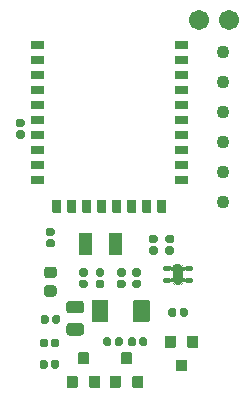
<source format=gbr>
G04 #@! TF.GenerationSoftware,KiCad,Pcbnew,(5.1.10)-1*
G04 #@! TF.CreationDate,2021-05-27T11:01:42+03:00*
G04 #@! TF.ProjectId,parasite,70617261-7369-4746-952e-6b696361645f,1.0.0*
G04 #@! TF.SameCoordinates,Original*
G04 #@! TF.FileFunction,Soldermask,Top*
G04 #@! TF.FilePolarity,Negative*
%FSLAX46Y46*%
G04 Gerber Fmt 4.6, Leading zero omitted, Abs format (unit mm)*
G04 Created by KiCad (PCBNEW (5.1.10)-1) date 2021-05-27 11:01:42*
%MOMM*%
%LPD*%
G01*
G04 APERTURE LIST*
%ADD10C,1.702000*%
%ADD11C,1.102000*%
%ADD12C,0.100000*%
G04 APERTURE END LIST*
D10*
X74560000Y-29050000D03*
X77100000Y-29050000D03*
G36*
G01*
X59252000Y-38404000D02*
X59648000Y-38404000D01*
G75*
G02*
X59821000Y-38577000I0J-173000D01*
G01*
X59821000Y-38923000D01*
G75*
G02*
X59648000Y-39096000I-173000J0D01*
G01*
X59252000Y-39096000D01*
G75*
G02*
X59079000Y-38923000I0J173000D01*
G01*
X59079000Y-38577000D01*
G75*
G02*
X59252000Y-38404000I173000J0D01*
G01*
G37*
G36*
G01*
X59252000Y-37434000D02*
X59648000Y-37434000D01*
G75*
G02*
X59821000Y-37607000I0J-173000D01*
G01*
X59821000Y-37953000D01*
G75*
G02*
X59648000Y-38126000I-173000J0D01*
G01*
X59252000Y-38126000D01*
G75*
G02*
X59079000Y-37953000I0J173000D01*
G01*
X59079000Y-37607000D01*
G75*
G02*
X59252000Y-37434000I173000J0D01*
G01*
G37*
G36*
G01*
X73201000Y-49949500D02*
X73201000Y-51250500D01*
G75*
G02*
X73000500Y-51451000I-200500J0D01*
G01*
X72599500Y-51451000D01*
G75*
G02*
X72399000Y-51250500I0J200500D01*
G01*
X72399000Y-49949500D01*
G75*
G02*
X72599500Y-49749000I200500J0D01*
G01*
X73000500Y-49749000D01*
G75*
G02*
X73201000Y-49949500I0J-200500D01*
G01*
G37*
G36*
G01*
X72201000Y-50987000D02*
X72201000Y-51213000D01*
G75*
G02*
X72088000Y-51326000I-113000J0D01*
G01*
X71662000Y-51326000D01*
G75*
G02*
X71549000Y-51213000I0J113000D01*
G01*
X71549000Y-50987000D01*
G75*
G02*
X71662000Y-50874000I113000J0D01*
G01*
X72088000Y-50874000D01*
G75*
G02*
X72201000Y-50987000I0J-113000D01*
G01*
G37*
G36*
G01*
X72201000Y-49987000D02*
X72201000Y-50213000D01*
G75*
G02*
X72088000Y-50326000I-113000J0D01*
G01*
X71662000Y-50326000D01*
G75*
G02*
X71549000Y-50213000I0J113000D01*
G01*
X71549000Y-49987000D01*
G75*
G02*
X71662000Y-49874000I113000J0D01*
G01*
X72088000Y-49874000D01*
G75*
G02*
X72201000Y-49987000I0J-113000D01*
G01*
G37*
G36*
G01*
X74051000Y-49987000D02*
X74051000Y-50213000D01*
G75*
G02*
X73938000Y-50326000I-113000J0D01*
G01*
X73512000Y-50326000D01*
G75*
G02*
X73399000Y-50213000I0J113000D01*
G01*
X73399000Y-49987000D01*
G75*
G02*
X73512000Y-49874000I113000J0D01*
G01*
X73938000Y-49874000D01*
G75*
G02*
X74051000Y-49987000I0J-113000D01*
G01*
G37*
G36*
G01*
X74051000Y-50987000D02*
X74051000Y-51213000D01*
G75*
G02*
X73938000Y-51326000I-113000J0D01*
G01*
X73512000Y-51326000D01*
G75*
G02*
X73399000Y-51213000I0J113000D01*
G01*
X73399000Y-50987000D01*
G75*
G02*
X73512000Y-50874000I113000J0D01*
G01*
X73938000Y-50874000D01*
G75*
G02*
X74051000Y-50987000I0J-113000D01*
G01*
G37*
G36*
G01*
X61381001Y-42976000D02*
X60380999Y-42976000D01*
G75*
G02*
X60330000Y-42925001I0J50999D01*
G01*
X60330000Y-42274999D01*
G75*
G02*
X60380999Y-42224000I50999J0D01*
G01*
X61381001Y-42224000D01*
G75*
G02*
X61432000Y-42274999I0J-50999D01*
G01*
X61432000Y-42925001D01*
G75*
G02*
X61381001Y-42976000I-50999J0D01*
G01*
G37*
G36*
G01*
X61381001Y-41706000D02*
X60380999Y-41706000D01*
G75*
G02*
X60330000Y-41655001I0J50999D01*
G01*
X60330000Y-41004999D01*
G75*
G02*
X60380999Y-40954000I50999J0D01*
G01*
X61381001Y-40954000D01*
G75*
G02*
X61432000Y-41004999I0J-50999D01*
G01*
X61432000Y-41655001D01*
G75*
G02*
X61381001Y-41706000I-50999J0D01*
G01*
G37*
G36*
G01*
X61381001Y-40436000D02*
X60380999Y-40436000D01*
G75*
G02*
X60330000Y-40385001I0J50999D01*
G01*
X60330000Y-39734999D01*
G75*
G02*
X60380999Y-39684000I50999J0D01*
G01*
X61381001Y-39684000D01*
G75*
G02*
X61432000Y-39734999I0J-50999D01*
G01*
X61432000Y-40385001D01*
G75*
G02*
X61381001Y-40436000I-50999J0D01*
G01*
G37*
G36*
G01*
X61381001Y-39166000D02*
X60380999Y-39166000D01*
G75*
G02*
X60330000Y-39115001I0J50999D01*
G01*
X60330000Y-38464999D01*
G75*
G02*
X60380999Y-38414000I50999J0D01*
G01*
X61381001Y-38414000D01*
G75*
G02*
X61432000Y-38464999I0J-50999D01*
G01*
X61432000Y-39115001D01*
G75*
G02*
X61381001Y-39166000I-50999J0D01*
G01*
G37*
G36*
G01*
X61381001Y-37896000D02*
X60380999Y-37896000D01*
G75*
G02*
X60330000Y-37845001I0J50999D01*
G01*
X60330000Y-37194999D01*
G75*
G02*
X60380999Y-37144000I50999J0D01*
G01*
X61381001Y-37144000D01*
G75*
G02*
X61432000Y-37194999I0J-50999D01*
G01*
X61432000Y-37845001D01*
G75*
G02*
X61381001Y-37896000I-50999J0D01*
G01*
G37*
G36*
G01*
X61381001Y-36626000D02*
X60380999Y-36626000D01*
G75*
G02*
X60330000Y-36575001I0J50999D01*
G01*
X60330000Y-35924999D01*
G75*
G02*
X60380999Y-35874000I50999J0D01*
G01*
X61381001Y-35874000D01*
G75*
G02*
X61432000Y-35924999I0J-50999D01*
G01*
X61432000Y-36575001D01*
G75*
G02*
X61381001Y-36626000I-50999J0D01*
G01*
G37*
G36*
G01*
X61381001Y-35356000D02*
X60380999Y-35356000D01*
G75*
G02*
X60330000Y-35305001I0J50999D01*
G01*
X60330000Y-34654999D01*
G75*
G02*
X60380999Y-34604000I50999J0D01*
G01*
X61381001Y-34604000D01*
G75*
G02*
X61432000Y-34654999I0J-50999D01*
G01*
X61432000Y-35305001D01*
G75*
G02*
X61381001Y-35356000I-50999J0D01*
G01*
G37*
G36*
G01*
X61381001Y-34086000D02*
X60380999Y-34086000D01*
G75*
G02*
X60330000Y-34035001I0J50999D01*
G01*
X60330000Y-33384999D01*
G75*
G02*
X60380999Y-33334000I50999J0D01*
G01*
X61381001Y-33334000D01*
G75*
G02*
X61432000Y-33384999I0J-50999D01*
G01*
X61432000Y-34035001D01*
G75*
G02*
X61381001Y-34086000I-50999J0D01*
G01*
G37*
G36*
G01*
X61381001Y-32816000D02*
X60380999Y-32816000D01*
G75*
G02*
X60330000Y-32765001I0J50999D01*
G01*
X60330000Y-32114999D01*
G75*
G02*
X60380999Y-32064000I50999J0D01*
G01*
X61381001Y-32064000D01*
G75*
G02*
X61432000Y-32114999I0J-50999D01*
G01*
X61432000Y-32765001D01*
G75*
G02*
X61381001Y-32816000I-50999J0D01*
G01*
G37*
G36*
G01*
X61381001Y-31546000D02*
X60380999Y-31546000D01*
G75*
G02*
X60330000Y-31495001I0J50999D01*
G01*
X60330000Y-30844999D01*
G75*
G02*
X60380999Y-30794000I50999J0D01*
G01*
X61381001Y-30794000D01*
G75*
G02*
X61432000Y-30844999I0J-50999D01*
G01*
X61432000Y-31495001D01*
G75*
G02*
X61381001Y-31546000I-50999J0D01*
G01*
G37*
G36*
G01*
X73619001Y-39166000D02*
X72618999Y-39166000D01*
G75*
G02*
X72568000Y-39115001I0J50999D01*
G01*
X72568000Y-38464999D01*
G75*
G02*
X72618999Y-38414000I50999J0D01*
G01*
X73619001Y-38414000D01*
G75*
G02*
X73670000Y-38464999I0J-50999D01*
G01*
X73670000Y-39115001D01*
G75*
G02*
X73619001Y-39166000I-50999J0D01*
G01*
G37*
G36*
G01*
X73619001Y-31546000D02*
X72618999Y-31546000D01*
G75*
G02*
X72568000Y-31495001I0J50999D01*
G01*
X72568000Y-30844999D01*
G75*
G02*
X72618999Y-30794000I50999J0D01*
G01*
X73619001Y-30794000D01*
G75*
G02*
X73670000Y-30844999I0J-50999D01*
G01*
X73670000Y-31495001D01*
G75*
G02*
X73619001Y-31546000I-50999J0D01*
G01*
G37*
G36*
G01*
X73619001Y-37896000D02*
X72618999Y-37896000D01*
G75*
G02*
X72568000Y-37845001I0J50999D01*
G01*
X72568000Y-37194999D01*
G75*
G02*
X72618999Y-37144000I50999J0D01*
G01*
X73619001Y-37144000D01*
G75*
G02*
X73670000Y-37194999I0J-50999D01*
G01*
X73670000Y-37845001D01*
G75*
G02*
X73619001Y-37896000I-50999J0D01*
G01*
G37*
G36*
G01*
X73619001Y-32816000D02*
X72618999Y-32816000D01*
G75*
G02*
X72568000Y-32765001I0J50999D01*
G01*
X72568000Y-32114999D01*
G75*
G02*
X72618999Y-32064000I50999J0D01*
G01*
X73619001Y-32064000D01*
G75*
G02*
X73670000Y-32114999I0J-50999D01*
G01*
X73670000Y-32765001D01*
G75*
G02*
X73619001Y-32816000I-50999J0D01*
G01*
G37*
G36*
G01*
X73619001Y-34086000D02*
X72618999Y-34086000D01*
G75*
G02*
X72568000Y-34035001I0J50999D01*
G01*
X72568000Y-33384999D01*
G75*
G02*
X72618999Y-33334000I50999J0D01*
G01*
X73619001Y-33334000D01*
G75*
G02*
X73670000Y-33384999I0J-50999D01*
G01*
X73670000Y-34035001D01*
G75*
G02*
X73619001Y-34086000I-50999J0D01*
G01*
G37*
G36*
G01*
X73619001Y-35356000D02*
X72618999Y-35356000D01*
G75*
G02*
X72568000Y-35305001I0J50999D01*
G01*
X72568000Y-34654999D01*
G75*
G02*
X72618999Y-34604000I50999J0D01*
G01*
X73619001Y-34604000D01*
G75*
G02*
X73670000Y-34654999I0J-50999D01*
G01*
X73670000Y-35305001D01*
G75*
G02*
X73619001Y-35356000I-50999J0D01*
G01*
G37*
G36*
G01*
X73619001Y-40436000D02*
X72618999Y-40436000D01*
G75*
G02*
X72568000Y-40385001I0J50999D01*
G01*
X72568000Y-39734999D01*
G75*
G02*
X72618999Y-39684000I50999J0D01*
G01*
X73619001Y-39684000D01*
G75*
G02*
X73670000Y-39734999I0J-50999D01*
G01*
X73670000Y-40385001D01*
G75*
G02*
X73619001Y-40436000I-50999J0D01*
G01*
G37*
G36*
G01*
X73619001Y-36626000D02*
X72618999Y-36626000D01*
G75*
G02*
X72568000Y-36575001I0J50999D01*
G01*
X72568000Y-35924999D01*
G75*
G02*
X72618999Y-35874000I50999J0D01*
G01*
X73619001Y-35874000D01*
G75*
G02*
X73670000Y-35924999I0J-50999D01*
G01*
X73670000Y-36575001D01*
G75*
G02*
X73619001Y-36626000I-50999J0D01*
G01*
G37*
G36*
G01*
X73619001Y-41706000D02*
X72618999Y-41706000D01*
G75*
G02*
X72568000Y-41655001I0J50999D01*
G01*
X72568000Y-41004999D01*
G75*
G02*
X72618999Y-40954000I50999J0D01*
G01*
X73619001Y-40954000D01*
G75*
G02*
X73670000Y-41004999I0J-50999D01*
G01*
X73670000Y-41655001D01*
G75*
G02*
X73619001Y-41706000I-50999J0D01*
G01*
G37*
G36*
G01*
X73619001Y-42976000D02*
X72618999Y-42976000D01*
G75*
G02*
X72568000Y-42925001I0J50999D01*
G01*
X72568000Y-42274999D01*
G75*
G02*
X72618999Y-42224000I50999J0D01*
G01*
X73619001Y-42224000D01*
G75*
G02*
X73670000Y-42274999I0J-50999D01*
G01*
X73670000Y-42925001D01*
G75*
G02*
X73619001Y-42976000I-50999J0D01*
G01*
G37*
G36*
G01*
X70526000Y-44318999D02*
X70526000Y-45319001D01*
G75*
G02*
X70475001Y-45370000I-50999J0D01*
G01*
X69824999Y-45370000D01*
G75*
G02*
X69774000Y-45319001I0J50999D01*
G01*
X69774000Y-44318999D01*
G75*
G02*
X69824999Y-44268000I50999J0D01*
G01*
X70475001Y-44268000D01*
G75*
G02*
X70526000Y-44318999I0J-50999D01*
G01*
G37*
G36*
G01*
X62906000Y-44318999D02*
X62906000Y-45319001D01*
G75*
G02*
X62855001Y-45370000I-50999J0D01*
G01*
X62204999Y-45370000D01*
G75*
G02*
X62154000Y-45319001I0J50999D01*
G01*
X62154000Y-44318999D01*
G75*
G02*
X62204999Y-44268000I50999J0D01*
G01*
X62855001Y-44268000D01*
G75*
G02*
X62906000Y-44318999I0J-50999D01*
G01*
G37*
G36*
G01*
X69256000Y-44318999D02*
X69256000Y-45319001D01*
G75*
G02*
X69205001Y-45370000I-50999J0D01*
G01*
X68554999Y-45370000D01*
G75*
G02*
X68504000Y-45319001I0J50999D01*
G01*
X68504000Y-44318999D01*
G75*
G02*
X68554999Y-44268000I50999J0D01*
G01*
X69205001Y-44268000D01*
G75*
G02*
X69256000Y-44318999I0J-50999D01*
G01*
G37*
G36*
G01*
X64176000Y-44318999D02*
X64176000Y-45319001D01*
G75*
G02*
X64125001Y-45370000I-50999J0D01*
G01*
X63474999Y-45370000D01*
G75*
G02*
X63424000Y-45319001I0J50999D01*
G01*
X63424000Y-44318999D01*
G75*
G02*
X63474999Y-44268000I50999J0D01*
G01*
X64125001Y-44268000D01*
G75*
G02*
X64176000Y-44318999I0J-50999D01*
G01*
G37*
G36*
G01*
X65446000Y-44318999D02*
X65446000Y-45319001D01*
G75*
G02*
X65395001Y-45370000I-50999J0D01*
G01*
X64744999Y-45370000D01*
G75*
G02*
X64694000Y-45319001I0J50999D01*
G01*
X64694000Y-44318999D01*
G75*
G02*
X64744999Y-44268000I50999J0D01*
G01*
X65395001Y-44268000D01*
G75*
G02*
X65446000Y-44318999I0J-50999D01*
G01*
G37*
G36*
G01*
X66716000Y-44318999D02*
X66716000Y-45319001D01*
G75*
G02*
X66665001Y-45370000I-50999J0D01*
G01*
X66014999Y-45370000D01*
G75*
G02*
X65964000Y-45319001I0J50999D01*
G01*
X65964000Y-44318999D01*
G75*
G02*
X66014999Y-44268000I50999J0D01*
G01*
X66665001Y-44268000D01*
G75*
G02*
X66716000Y-44318999I0J-50999D01*
G01*
G37*
G36*
G01*
X71796000Y-44318999D02*
X71796000Y-45319001D01*
G75*
G02*
X71745001Y-45370000I-50999J0D01*
G01*
X71094999Y-45370000D01*
G75*
G02*
X71044000Y-45319001I0J50999D01*
G01*
X71044000Y-44318999D01*
G75*
G02*
X71094999Y-44268000I50999J0D01*
G01*
X71745001Y-44268000D01*
G75*
G02*
X71796000Y-44318999I0J-50999D01*
G01*
G37*
G36*
G01*
X67986000Y-44318999D02*
X67986000Y-45319001D01*
G75*
G02*
X67935001Y-45370000I-50999J0D01*
G01*
X67284999Y-45370000D01*
G75*
G02*
X67234000Y-45319001I0J50999D01*
G01*
X67234000Y-44318999D01*
G75*
G02*
X67284999Y-44268000I50999J0D01*
G01*
X67935001Y-44268000D01*
G75*
G02*
X67986000Y-44318999I0J-50999D01*
G01*
G37*
G36*
G01*
X68051000Y-47100000D02*
X68051000Y-48900000D01*
G75*
G02*
X68000000Y-48951000I-51000J0D01*
G01*
X67000000Y-48951000D01*
G75*
G02*
X66949000Y-48900000I0J51000D01*
G01*
X66949000Y-47100000D01*
G75*
G02*
X67000000Y-47049000I51000J0D01*
G01*
X68000000Y-47049000D01*
G75*
G02*
X68051000Y-47100000I0J-51000D01*
G01*
G37*
G36*
G01*
X65551000Y-47100000D02*
X65551000Y-48900000D01*
G75*
G02*
X65500000Y-48951000I-51000J0D01*
G01*
X64500000Y-48951000D01*
G75*
G02*
X64449000Y-48900000I0J51000D01*
G01*
X64449000Y-47100000D01*
G75*
G02*
X64500000Y-47049000I51000J0D01*
G01*
X65500000Y-47049000D01*
G75*
G02*
X65551000Y-47100000I0J-51000D01*
G01*
G37*
G36*
G01*
X71902000Y-48224000D02*
X72298000Y-48224000D01*
G75*
G02*
X72471000Y-48397000I0J-173000D01*
G01*
X72471000Y-48743000D01*
G75*
G02*
X72298000Y-48916000I-173000J0D01*
G01*
X71902000Y-48916000D01*
G75*
G02*
X71729000Y-48743000I0J173000D01*
G01*
X71729000Y-48397000D01*
G75*
G02*
X71902000Y-48224000I173000J0D01*
G01*
G37*
G36*
G01*
X71902000Y-47254000D02*
X72298000Y-47254000D01*
G75*
G02*
X72471000Y-47427000I0J-173000D01*
G01*
X72471000Y-47773000D01*
G75*
G02*
X72298000Y-47946000I-173000J0D01*
G01*
X71902000Y-47946000D01*
G75*
G02*
X71729000Y-47773000I0J173000D01*
G01*
X71729000Y-47427000D01*
G75*
G02*
X71902000Y-47254000I173000J0D01*
G01*
G37*
G36*
G01*
X70898000Y-47946000D02*
X70502000Y-47946000D01*
G75*
G02*
X70329000Y-47773000I0J173000D01*
G01*
X70329000Y-47427000D01*
G75*
G02*
X70502000Y-47254000I173000J0D01*
G01*
X70898000Y-47254000D01*
G75*
G02*
X71071000Y-47427000I0J-173000D01*
G01*
X71071000Y-47773000D01*
G75*
G02*
X70898000Y-47946000I-173000J0D01*
G01*
G37*
G36*
G01*
X70898000Y-48916000D02*
X70502000Y-48916000D01*
G75*
G02*
X70329000Y-48743000I0J173000D01*
G01*
X70329000Y-48397000D01*
G75*
G02*
X70502000Y-48224000I173000J0D01*
G01*
X70898000Y-48224000D01*
G75*
G02*
X71071000Y-48397000I0J-173000D01*
G01*
X71071000Y-48743000D01*
G75*
G02*
X70898000Y-48916000I-173000J0D01*
G01*
G37*
G36*
G01*
X69498000Y-50776000D02*
X69102000Y-50776000D01*
G75*
G02*
X68929000Y-50603000I0J173000D01*
G01*
X68929000Y-50257000D01*
G75*
G02*
X69102000Y-50084000I173000J0D01*
G01*
X69498000Y-50084000D01*
G75*
G02*
X69671000Y-50257000I0J-173000D01*
G01*
X69671000Y-50603000D01*
G75*
G02*
X69498000Y-50776000I-173000J0D01*
G01*
G37*
G36*
G01*
X69498000Y-51746000D02*
X69102000Y-51746000D01*
G75*
G02*
X68929000Y-51573000I0J173000D01*
G01*
X68929000Y-51227000D01*
G75*
G02*
X69102000Y-51054000I173000J0D01*
G01*
X69498000Y-51054000D01*
G75*
G02*
X69671000Y-51227000I0J-173000D01*
G01*
X69671000Y-51573000D01*
G75*
G02*
X69498000Y-51746000I-173000J0D01*
G01*
G37*
G36*
G01*
X69524000Y-56498000D02*
X69524000Y-56102000D01*
G75*
G02*
X69697000Y-55929000I173000J0D01*
G01*
X70043000Y-55929000D01*
G75*
G02*
X70216000Y-56102000I0J-173000D01*
G01*
X70216000Y-56498000D01*
G75*
G02*
X70043000Y-56671000I-173000J0D01*
G01*
X69697000Y-56671000D01*
G75*
G02*
X69524000Y-56498000I0J173000D01*
G01*
G37*
G36*
G01*
X68554000Y-56498000D02*
X68554000Y-56102000D01*
G75*
G02*
X68727000Y-55929000I173000J0D01*
G01*
X69073000Y-55929000D01*
G75*
G02*
X69246000Y-56102000I0J-173000D01*
G01*
X69246000Y-56498000D01*
G75*
G02*
X69073000Y-56671000I-173000J0D01*
G01*
X68727000Y-56671000D01*
G75*
G02*
X68554000Y-56498000I0J173000D01*
G01*
G37*
G36*
G01*
X61776000Y-58002000D02*
X61776000Y-58398000D01*
G75*
G02*
X61603000Y-58571000I-173000J0D01*
G01*
X61257000Y-58571000D01*
G75*
G02*
X61084000Y-58398000I0J173000D01*
G01*
X61084000Y-58002000D01*
G75*
G02*
X61257000Y-57829000I173000J0D01*
G01*
X61603000Y-57829000D01*
G75*
G02*
X61776000Y-58002000I0J-173000D01*
G01*
G37*
G36*
G01*
X62746000Y-58002000D02*
X62746000Y-58398000D01*
G75*
G02*
X62573000Y-58571000I-173000J0D01*
G01*
X62227000Y-58571000D01*
G75*
G02*
X62054000Y-58398000I0J173000D01*
G01*
X62054000Y-58002000D01*
G75*
G02*
X62227000Y-57829000I173000J0D01*
G01*
X62573000Y-57829000D01*
G75*
G02*
X62746000Y-58002000I0J-173000D01*
G01*
G37*
G36*
G01*
X67439000Y-56498000D02*
X67439000Y-56102000D01*
G75*
G02*
X67612000Y-55929000I173000J0D01*
G01*
X67958000Y-55929000D01*
G75*
G02*
X68131000Y-56102000I0J-173000D01*
G01*
X68131000Y-56498000D01*
G75*
G02*
X67958000Y-56671000I-173000J0D01*
G01*
X67612000Y-56671000D01*
G75*
G02*
X67439000Y-56498000I0J173000D01*
G01*
G37*
G36*
G01*
X66469000Y-56498000D02*
X66469000Y-56102000D01*
G75*
G02*
X66642000Y-55929000I173000J0D01*
G01*
X66988000Y-55929000D01*
G75*
G02*
X67161000Y-56102000I0J-173000D01*
G01*
X67161000Y-56498000D01*
G75*
G02*
X66988000Y-56671000I-173000J0D01*
G01*
X66642000Y-56671000D01*
G75*
G02*
X66469000Y-56498000I0J173000D01*
G01*
G37*
G36*
G01*
X61802000Y-47624000D02*
X62198000Y-47624000D01*
G75*
G02*
X62371000Y-47797000I0J-173000D01*
G01*
X62371000Y-48143000D01*
G75*
G02*
X62198000Y-48316000I-173000J0D01*
G01*
X61802000Y-48316000D01*
G75*
G02*
X61629000Y-48143000I0J173000D01*
G01*
X61629000Y-47797000D01*
G75*
G02*
X61802000Y-47624000I173000J0D01*
G01*
G37*
G36*
G01*
X61802000Y-46654000D02*
X62198000Y-46654000D01*
G75*
G02*
X62371000Y-46827000I0J-173000D01*
G01*
X62371000Y-47173000D01*
G75*
G02*
X62198000Y-47346000I-173000J0D01*
G01*
X61802000Y-47346000D01*
G75*
G02*
X61629000Y-47173000I0J173000D01*
G01*
X61629000Y-46827000D01*
G75*
G02*
X61802000Y-46654000I173000J0D01*
G01*
G37*
G36*
G01*
X62139000Y-54598000D02*
X62139000Y-54202000D01*
G75*
G02*
X62312000Y-54029000I173000J0D01*
G01*
X62658000Y-54029000D01*
G75*
G02*
X62831000Y-54202000I0J-173000D01*
G01*
X62831000Y-54598000D01*
G75*
G02*
X62658000Y-54771000I-173000J0D01*
G01*
X62312000Y-54771000D01*
G75*
G02*
X62139000Y-54598000I0J173000D01*
G01*
G37*
G36*
G01*
X61169000Y-54598000D02*
X61169000Y-54202000D01*
G75*
G02*
X61342000Y-54029000I173000J0D01*
G01*
X61688000Y-54029000D01*
G75*
G02*
X61861000Y-54202000I0J-173000D01*
G01*
X61861000Y-54598000D01*
G75*
G02*
X61688000Y-54771000I-173000J0D01*
G01*
X61342000Y-54771000D01*
G75*
G02*
X61169000Y-54598000I0J173000D01*
G01*
G37*
G36*
G01*
X72700000Y-57799000D02*
X73500000Y-57799000D01*
G75*
G02*
X73551000Y-57850000I0J-51000D01*
G01*
X73551000Y-58750000D01*
G75*
G02*
X73500000Y-58801000I-51000J0D01*
G01*
X72700000Y-58801000D01*
G75*
G02*
X72649000Y-58750000I0J51000D01*
G01*
X72649000Y-57850000D01*
G75*
G02*
X72700000Y-57799000I51000J0D01*
G01*
G37*
G36*
G01*
X71750000Y-55799000D02*
X72550000Y-55799000D01*
G75*
G02*
X72601000Y-55850000I0J-51000D01*
G01*
X72601000Y-56750000D01*
G75*
G02*
X72550000Y-56801000I-51000J0D01*
G01*
X71750000Y-56801000D01*
G75*
G02*
X71699000Y-56750000I0J51000D01*
G01*
X71699000Y-55850000D01*
G75*
G02*
X71750000Y-55799000I51000J0D01*
G01*
G37*
G36*
G01*
X73650000Y-55799000D02*
X74450000Y-55799000D01*
G75*
G02*
X74501000Y-55850000I0J-51000D01*
G01*
X74501000Y-56750000D01*
G75*
G02*
X74450000Y-56801000I-51000J0D01*
G01*
X73650000Y-56801000D01*
G75*
G02*
X73599000Y-56750000I0J51000D01*
G01*
X73599000Y-55850000D01*
G75*
G02*
X73650000Y-55799000I51000J0D01*
G01*
G37*
G36*
G01*
X62281750Y-50913500D02*
X61718250Y-50913500D01*
G75*
G02*
X61474000Y-50669250I0J244250D01*
G01*
X61474000Y-50180750D01*
G75*
G02*
X61718250Y-49936500I244250J0D01*
G01*
X62281750Y-49936500D01*
G75*
G02*
X62526000Y-50180750I0J-244250D01*
G01*
X62526000Y-50669250D01*
G75*
G02*
X62281750Y-50913500I-244250J0D01*
G01*
G37*
G36*
G01*
X62281750Y-52488500D02*
X61718250Y-52488500D01*
G75*
G02*
X61474000Y-52244250I0J244250D01*
G01*
X61474000Y-51755750D01*
G75*
G02*
X61718250Y-51511500I244250J0D01*
G01*
X62281750Y-51511500D01*
G75*
G02*
X62526000Y-51755750I0J-244250D01*
G01*
X62526000Y-52244250D01*
G75*
G02*
X62281750Y-52488500I-244250J0D01*
G01*
G37*
G36*
G01*
X61776000Y-56202000D02*
X61776000Y-56598000D01*
G75*
G02*
X61603000Y-56771000I-173000J0D01*
G01*
X61257000Y-56771000D01*
G75*
G02*
X61084000Y-56598000I0J173000D01*
G01*
X61084000Y-56202000D01*
G75*
G02*
X61257000Y-56029000I173000J0D01*
G01*
X61603000Y-56029000D01*
G75*
G02*
X61776000Y-56202000I0J-173000D01*
G01*
G37*
G36*
G01*
X62746000Y-56202000D02*
X62746000Y-56598000D01*
G75*
G02*
X62573000Y-56771000I-173000J0D01*
G01*
X62227000Y-56771000D01*
G75*
G02*
X62054000Y-56598000I0J173000D01*
G01*
X62054000Y-56202000D01*
G75*
G02*
X62227000Y-56029000I173000J0D01*
G01*
X62573000Y-56029000D01*
G75*
G02*
X62746000Y-56202000I0J-173000D01*
G01*
G37*
G36*
G01*
X66398000Y-50776000D02*
X66002000Y-50776000D01*
G75*
G02*
X65829000Y-50603000I0J173000D01*
G01*
X65829000Y-50257000D01*
G75*
G02*
X66002000Y-50084000I173000J0D01*
G01*
X66398000Y-50084000D01*
G75*
G02*
X66571000Y-50257000I0J-173000D01*
G01*
X66571000Y-50603000D01*
G75*
G02*
X66398000Y-50776000I-173000J0D01*
G01*
G37*
G36*
G01*
X66398000Y-51746000D02*
X66002000Y-51746000D01*
G75*
G02*
X65829000Y-51573000I0J173000D01*
G01*
X65829000Y-51227000D01*
G75*
G02*
X66002000Y-51054000I173000J0D01*
G01*
X66398000Y-51054000D01*
G75*
G02*
X66571000Y-51227000I0J-173000D01*
G01*
X66571000Y-51573000D01*
G75*
G02*
X66398000Y-51746000I-173000J0D01*
G01*
G37*
G36*
G01*
X64602000Y-51054000D02*
X64998000Y-51054000D01*
G75*
G02*
X65171000Y-51227000I0J-173000D01*
G01*
X65171000Y-51573000D01*
G75*
G02*
X64998000Y-51746000I-173000J0D01*
G01*
X64602000Y-51746000D01*
G75*
G02*
X64429000Y-51573000I0J173000D01*
G01*
X64429000Y-51227000D01*
G75*
G02*
X64602000Y-51054000I173000J0D01*
G01*
G37*
G36*
G01*
X64602000Y-50084000D02*
X64998000Y-50084000D01*
G75*
G02*
X65171000Y-50257000I0J-173000D01*
G01*
X65171000Y-50603000D01*
G75*
G02*
X64998000Y-50776000I-173000J0D01*
G01*
X64602000Y-50776000D01*
G75*
G02*
X64429000Y-50603000I0J173000D01*
G01*
X64429000Y-50257000D01*
G75*
G02*
X64602000Y-50084000I173000J0D01*
G01*
G37*
G36*
G01*
X72676000Y-53602000D02*
X72676000Y-53998000D01*
G75*
G02*
X72503000Y-54171000I-173000J0D01*
G01*
X72157000Y-54171000D01*
G75*
G02*
X71984000Y-53998000I0J173000D01*
G01*
X71984000Y-53602000D01*
G75*
G02*
X72157000Y-53429000I173000J0D01*
G01*
X72503000Y-53429000D01*
G75*
G02*
X72676000Y-53602000I0J-173000D01*
G01*
G37*
G36*
G01*
X73646000Y-53602000D02*
X73646000Y-53998000D01*
G75*
G02*
X73473000Y-54171000I-173000J0D01*
G01*
X73127000Y-54171000D01*
G75*
G02*
X72954000Y-53998000I0J173000D01*
G01*
X72954000Y-53602000D01*
G75*
G02*
X73127000Y-53429000I173000J0D01*
G01*
X73473000Y-53429000D01*
G75*
G02*
X73646000Y-53602000I0J-173000D01*
G01*
G37*
G36*
G01*
X68198000Y-50776000D02*
X67802000Y-50776000D01*
G75*
G02*
X67629000Y-50603000I0J173000D01*
G01*
X67629000Y-50257000D01*
G75*
G02*
X67802000Y-50084000I173000J0D01*
G01*
X68198000Y-50084000D01*
G75*
G02*
X68371000Y-50257000I0J-173000D01*
G01*
X68371000Y-50603000D01*
G75*
G02*
X68198000Y-50776000I-173000J0D01*
G01*
G37*
G36*
G01*
X68198000Y-51746000D02*
X67802000Y-51746000D01*
G75*
G02*
X67629000Y-51573000I0J173000D01*
G01*
X67629000Y-51227000D01*
G75*
G02*
X67802000Y-51054000I173000J0D01*
G01*
X68198000Y-51054000D01*
G75*
G02*
X68371000Y-51227000I0J-173000D01*
G01*
X68371000Y-51573000D01*
G75*
G02*
X68198000Y-51746000I-173000J0D01*
G01*
G37*
D11*
X76640000Y-34340000D03*
X76640000Y-41960000D03*
X76640000Y-44500000D03*
X76640000Y-39420000D03*
X76640000Y-36880000D03*
G36*
G01*
X68850000Y-58201000D02*
X68050000Y-58201000D01*
G75*
G02*
X67999000Y-58150000I0J51000D01*
G01*
X67999000Y-57250000D01*
G75*
G02*
X68050000Y-57199000I51000J0D01*
G01*
X68850000Y-57199000D01*
G75*
G02*
X68901000Y-57250000I0J-51000D01*
G01*
X68901000Y-58150000D01*
G75*
G02*
X68850000Y-58201000I-51000J0D01*
G01*
G37*
G36*
G01*
X69800000Y-60201000D02*
X69000000Y-60201000D01*
G75*
G02*
X68949000Y-60150000I0J51000D01*
G01*
X68949000Y-59250000D01*
G75*
G02*
X69000000Y-59199000I51000J0D01*
G01*
X69800000Y-59199000D01*
G75*
G02*
X69851000Y-59250000I0J-51000D01*
G01*
X69851000Y-60150000D01*
G75*
G02*
X69800000Y-60201000I-51000J0D01*
G01*
G37*
G36*
G01*
X67900000Y-60201000D02*
X67100000Y-60201000D01*
G75*
G02*
X67049000Y-60150000I0J51000D01*
G01*
X67049000Y-59250000D01*
G75*
G02*
X67100000Y-59199000I51000J0D01*
G01*
X67900000Y-59199000D01*
G75*
G02*
X67951000Y-59250000I0J-51000D01*
G01*
X67951000Y-60150000D01*
G75*
G02*
X67900000Y-60201000I-51000J0D01*
G01*
G37*
G36*
G01*
X65200000Y-58201000D02*
X64400000Y-58201000D01*
G75*
G02*
X64349000Y-58150000I0J51000D01*
G01*
X64349000Y-57250000D01*
G75*
G02*
X64400000Y-57199000I51000J0D01*
G01*
X65200000Y-57199000D01*
G75*
G02*
X65251000Y-57250000I0J-51000D01*
G01*
X65251000Y-58150000D01*
G75*
G02*
X65200000Y-58201000I-51000J0D01*
G01*
G37*
G36*
G01*
X66150000Y-60201000D02*
X65350000Y-60201000D01*
G75*
G02*
X65299000Y-60150000I0J51000D01*
G01*
X65299000Y-59250000D01*
G75*
G02*
X65350000Y-59199000I51000J0D01*
G01*
X66150000Y-59199000D01*
G75*
G02*
X66201000Y-59250000I0J-51000D01*
G01*
X66201000Y-60150000D01*
G75*
G02*
X66150000Y-60201000I-51000J0D01*
G01*
G37*
G36*
G01*
X64250000Y-60201000D02*
X63450000Y-60201000D01*
G75*
G02*
X63399000Y-60150000I0J51000D01*
G01*
X63399000Y-59250000D01*
G75*
G02*
X63450000Y-59199000I51000J0D01*
G01*
X64250000Y-59199000D01*
G75*
G02*
X64301000Y-59250000I0J-51000D01*
G01*
X64301000Y-60150000D01*
G75*
G02*
X64250000Y-60201000I-51000J0D01*
G01*
G37*
G36*
G01*
X64581750Y-53901000D02*
X63618250Y-53901000D01*
G75*
G02*
X63349000Y-53631750I0J269250D01*
G01*
X63349000Y-53093250D01*
G75*
G02*
X63618250Y-52824000I269250J0D01*
G01*
X64581750Y-52824000D01*
G75*
G02*
X64851000Y-53093250I0J-269250D01*
G01*
X64851000Y-53631750D01*
G75*
G02*
X64581750Y-53901000I-269250J0D01*
G01*
G37*
G36*
G01*
X64581750Y-55776000D02*
X63618250Y-55776000D01*
G75*
G02*
X63349000Y-55506750I0J269250D01*
G01*
X63349000Y-54968250D01*
G75*
G02*
X63618250Y-54699000I269250J0D01*
G01*
X64581750Y-54699000D01*
G75*
G02*
X64851000Y-54968250I0J-269250D01*
G01*
X64851000Y-55506750D01*
G75*
G02*
X64581750Y-55776000I-269250J0D01*
G01*
G37*
G36*
G01*
X70401000Y-52850000D02*
X70401000Y-54550000D01*
G75*
G02*
X70350000Y-54601000I-51000J0D01*
G01*
X69050000Y-54601000D01*
G75*
G02*
X68999000Y-54550000I0J51000D01*
G01*
X68999000Y-52850000D01*
G75*
G02*
X69050000Y-52799000I51000J0D01*
G01*
X70350000Y-52799000D01*
G75*
G02*
X70401000Y-52850000I0J-51000D01*
G01*
G37*
G36*
G01*
X66901000Y-52850000D02*
X66901000Y-54550000D01*
G75*
G02*
X66850000Y-54601000I-51000J0D01*
G01*
X65550000Y-54601000D01*
G75*
G02*
X65499000Y-54550000I0J51000D01*
G01*
X65499000Y-52850000D01*
G75*
G02*
X65550000Y-52799000I51000J0D01*
G01*
X66850000Y-52799000D01*
G75*
G02*
X66901000Y-52850000I0J-51000D01*
G01*
G37*
X76640000Y-31800000D03*
D12*
G36*
X73202990Y-50799718D02*
G01*
X73205372Y-50823905D01*
X73212372Y-50846980D01*
X73223737Y-50868244D01*
X73239032Y-50886881D01*
X73257669Y-50902176D01*
X73278933Y-50913541D01*
X73302008Y-50920541D01*
X73325999Y-50922904D01*
X73349990Y-50920541D01*
X73373020Y-50913555D01*
X73404138Y-50894904D01*
X73420510Y-50881468D01*
X73420836Y-50881250D01*
X73429462Y-50876639D01*
X73429824Y-50876489D01*
X73439187Y-50873649D01*
X73439572Y-50873573D01*
X73455444Y-50872010D01*
X73455640Y-50872000D01*
X73512000Y-50872000D01*
X73513732Y-50873000D01*
X73513732Y-50875000D01*
X73512196Y-50875990D01*
X73490350Y-50878141D01*
X73469526Y-50884459D01*
X73450337Y-50894715D01*
X73433518Y-50908518D01*
X73419715Y-50925337D01*
X73409459Y-50944526D01*
X73403141Y-50965350D01*
X73401000Y-50987094D01*
X73401000Y-51212906D01*
X73403141Y-51234650D01*
X73409459Y-51255474D01*
X73419715Y-51274663D01*
X73433518Y-51291482D01*
X73450337Y-51305285D01*
X73469526Y-51315541D01*
X73490350Y-51321859D01*
X73512196Y-51324010D01*
X73513822Y-51325175D01*
X73513626Y-51327165D01*
X73512000Y-51328000D01*
X73455640Y-51328000D01*
X73455444Y-51327990D01*
X73439572Y-51326427D01*
X73439187Y-51326351D01*
X73429824Y-51323511D01*
X73429462Y-51323361D01*
X73420833Y-51318748D01*
X73420507Y-51318530D01*
X73412950Y-51312329D01*
X73412673Y-51312052D01*
X73409472Y-51308151D01*
X73392358Y-51291037D01*
X73372311Y-51277642D01*
X73350037Y-51268416D01*
X73326387Y-51263711D01*
X73302281Y-51263711D01*
X73278630Y-51268415D01*
X73256357Y-51277641D01*
X73236309Y-51291036D01*
X73219262Y-51308083D01*
X73205867Y-51328130D01*
X73196603Y-51350493D01*
X73191850Y-51366159D01*
X73191700Y-51366521D01*
X73179003Y-51390276D01*
X73178785Y-51390602D01*
X73161699Y-51411422D01*
X73161422Y-51411699D01*
X73140602Y-51428785D01*
X73140276Y-51429003D01*
X73116522Y-51441700D01*
X73116160Y-51441850D01*
X73090383Y-51449670D01*
X73089998Y-51449746D01*
X73057058Y-51452990D01*
X73056862Y-51453000D01*
X73000500Y-51453000D01*
X72998768Y-51452000D01*
X72998768Y-51450000D01*
X73000304Y-51449010D01*
X73039221Y-51445177D01*
X73076459Y-51433881D01*
X73110776Y-51415539D01*
X73140854Y-51390854D01*
X73165539Y-51360776D01*
X73183881Y-51326459D01*
X73195177Y-51289221D01*
X73199000Y-51250406D01*
X73199000Y-50799914D01*
X73200000Y-50798182D01*
X73202000Y-50798182D01*
X73202990Y-50799718D01*
G37*
G36*
X72400243Y-50798347D02*
G01*
X72401000Y-50799914D01*
X72401000Y-51250406D01*
X72404823Y-51289221D01*
X72416119Y-51326459D01*
X72434461Y-51360776D01*
X72459146Y-51390854D01*
X72489224Y-51415539D01*
X72523541Y-51433881D01*
X72560779Y-51445177D01*
X72599696Y-51449010D01*
X72601322Y-51450175D01*
X72601126Y-51452165D01*
X72599500Y-51453000D01*
X72543138Y-51453000D01*
X72542942Y-51452990D01*
X72510002Y-51449746D01*
X72509617Y-51449670D01*
X72483840Y-51441850D01*
X72483478Y-51441700D01*
X72459724Y-51429003D01*
X72459398Y-51428785D01*
X72438578Y-51411699D01*
X72438301Y-51411422D01*
X72421215Y-51390602D01*
X72420997Y-51390276D01*
X72408300Y-51366521D01*
X72408150Y-51366159D01*
X72403397Y-51350493D01*
X72394132Y-51328128D01*
X72380737Y-51308081D01*
X72363689Y-51291035D01*
X72343641Y-51277640D01*
X72321367Y-51268415D01*
X72297717Y-51263711D01*
X72273611Y-51263711D01*
X72249961Y-51268416D01*
X72227687Y-51277643D01*
X72207640Y-51291038D01*
X72190528Y-51308151D01*
X72187327Y-51312052D01*
X72187050Y-51312329D01*
X72179493Y-51318530D01*
X72179167Y-51318748D01*
X72170538Y-51323361D01*
X72170176Y-51323511D01*
X72160813Y-51326351D01*
X72160428Y-51326427D01*
X72144556Y-51327990D01*
X72144360Y-51328000D01*
X72088000Y-51328000D01*
X72086268Y-51327000D01*
X72086268Y-51325000D01*
X72087804Y-51324010D01*
X72109650Y-51321859D01*
X72130474Y-51315541D01*
X72149663Y-51305285D01*
X72166482Y-51291482D01*
X72180285Y-51274663D01*
X72190541Y-51255474D01*
X72196859Y-51234650D01*
X72199000Y-51212906D01*
X72199000Y-50987094D01*
X72196859Y-50965350D01*
X72190541Y-50944526D01*
X72180285Y-50925337D01*
X72166482Y-50908518D01*
X72149663Y-50894715D01*
X72130474Y-50884459D01*
X72109650Y-50878141D01*
X72087804Y-50875990D01*
X72086178Y-50874825D01*
X72086374Y-50872835D01*
X72088000Y-50872000D01*
X72144360Y-50872000D01*
X72144556Y-50872010D01*
X72160428Y-50873573D01*
X72160813Y-50873649D01*
X72170176Y-50876489D01*
X72170538Y-50876639D01*
X72179164Y-50881250D01*
X72179490Y-50881468D01*
X72195898Y-50894933D01*
X72216026Y-50908381D01*
X72238300Y-50917607D01*
X72261950Y-50922311D01*
X72286056Y-50922311D01*
X72309707Y-50917606D01*
X72331980Y-50908379D01*
X72352027Y-50894984D01*
X72369074Y-50877937D01*
X72382468Y-50857889D01*
X72391677Y-50835658D01*
X72397022Y-50799621D01*
X72398265Y-50798054D01*
X72400243Y-50798347D01*
G37*
G36*
X73057058Y-49747010D02*
G01*
X73089998Y-49750254D01*
X73090383Y-49750330D01*
X73116160Y-49758150D01*
X73116522Y-49758300D01*
X73140276Y-49770997D01*
X73140602Y-49771215D01*
X73161422Y-49788301D01*
X73161699Y-49788578D01*
X73178785Y-49809398D01*
X73179003Y-49809724D01*
X73191700Y-49833479D01*
X73191850Y-49833841D01*
X73196603Y-49849507D01*
X73205868Y-49871872D01*
X73219263Y-49891919D01*
X73236311Y-49908965D01*
X73256359Y-49922360D01*
X73278633Y-49931585D01*
X73302283Y-49936289D01*
X73326389Y-49936289D01*
X73350039Y-49931584D01*
X73372313Y-49922357D01*
X73392360Y-49908962D01*
X73409472Y-49891849D01*
X73412673Y-49887948D01*
X73412950Y-49887671D01*
X73420507Y-49881470D01*
X73420833Y-49881252D01*
X73429462Y-49876639D01*
X73429824Y-49876489D01*
X73439187Y-49873649D01*
X73439572Y-49873573D01*
X73455444Y-49872010D01*
X73455640Y-49872000D01*
X73512000Y-49872000D01*
X73513732Y-49873000D01*
X73513732Y-49875000D01*
X73512196Y-49875990D01*
X73490350Y-49878141D01*
X73469526Y-49884459D01*
X73450337Y-49894715D01*
X73433518Y-49908518D01*
X73419715Y-49925337D01*
X73409459Y-49944526D01*
X73403141Y-49965350D01*
X73401000Y-49987094D01*
X73401000Y-50212906D01*
X73403141Y-50234650D01*
X73409459Y-50255474D01*
X73419715Y-50274663D01*
X73433518Y-50291482D01*
X73450337Y-50305285D01*
X73469526Y-50315541D01*
X73490350Y-50321859D01*
X73512196Y-50324010D01*
X73513822Y-50325175D01*
X73513626Y-50327165D01*
X73512000Y-50328000D01*
X73455640Y-50328000D01*
X73455444Y-50327990D01*
X73439572Y-50326427D01*
X73439187Y-50326351D01*
X73429824Y-50323511D01*
X73429462Y-50323361D01*
X73420836Y-50318750D01*
X73420510Y-50318532D01*
X73404102Y-50305067D01*
X73383974Y-50291619D01*
X73361700Y-50282393D01*
X73338050Y-50277689D01*
X73313944Y-50277689D01*
X73290293Y-50282394D01*
X73268020Y-50291621D01*
X73247973Y-50305016D01*
X73230926Y-50322063D01*
X73217532Y-50342111D01*
X73208323Y-50364342D01*
X73202978Y-50400379D01*
X73201735Y-50401946D01*
X73199757Y-50401653D01*
X73199000Y-50400086D01*
X73199000Y-49949594D01*
X73195177Y-49910779D01*
X73183881Y-49873541D01*
X73165539Y-49839224D01*
X73140854Y-49809146D01*
X73110776Y-49784461D01*
X73076459Y-49766119D01*
X73039221Y-49754823D01*
X73000304Y-49750990D01*
X72998678Y-49749825D01*
X72998874Y-49747835D01*
X73000500Y-49747000D01*
X73056862Y-49747000D01*
X73057058Y-49747010D01*
G37*
G36*
X72601232Y-49748000D02*
G01*
X72601232Y-49750000D01*
X72599696Y-49750990D01*
X72560779Y-49754823D01*
X72523541Y-49766119D01*
X72489224Y-49784461D01*
X72459146Y-49809146D01*
X72434461Y-49839224D01*
X72416119Y-49873541D01*
X72404823Y-49910779D01*
X72401000Y-49949594D01*
X72401000Y-50400086D01*
X72400000Y-50401818D01*
X72398000Y-50401818D01*
X72397010Y-50400282D01*
X72394628Y-50376095D01*
X72387628Y-50353020D01*
X72376263Y-50331756D01*
X72360968Y-50313119D01*
X72342331Y-50297824D01*
X72321067Y-50286459D01*
X72297992Y-50279459D01*
X72274001Y-50277096D01*
X72250010Y-50279459D01*
X72226980Y-50286445D01*
X72195862Y-50305096D01*
X72179490Y-50318532D01*
X72179164Y-50318750D01*
X72170538Y-50323361D01*
X72170176Y-50323511D01*
X72160813Y-50326351D01*
X72160428Y-50326427D01*
X72144556Y-50327990D01*
X72144360Y-50328000D01*
X72088000Y-50328000D01*
X72086268Y-50327000D01*
X72086268Y-50325000D01*
X72087804Y-50324010D01*
X72109650Y-50321859D01*
X72130474Y-50315541D01*
X72149663Y-50305285D01*
X72166482Y-50291482D01*
X72180285Y-50274663D01*
X72190541Y-50255474D01*
X72196859Y-50234650D01*
X72199000Y-50212906D01*
X72199000Y-49987094D01*
X72196859Y-49965350D01*
X72190541Y-49944526D01*
X72180285Y-49925337D01*
X72166482Y-49908518D01*
X72149663Y-49894715D01*
X72130474Y-49884459D01*
X72109650Y-49878141D01*
X72087804Y-49875990D01*
X72086178Y-49874825D01*
X72086374Y-49872835D01*
X72088000Y-49872000D01*
X72144360Y-49872000D01*
X72144556Y-49872010D01*
X72160428Y-49873573D01*
X72160813Y-49873649D01*
X72170176Y-49876489D01*
X72170538Y-49876639D01*
X72179167Y-49881252D01*
X72179493Y-49881470D01*
X72187050Y-49887671D01*
X72187327Y-49887948D01*
X72190528Y-49891849D01*
X72207642Y-49908963D01*
X72227689Y-49922358D01*
X72249963Y-49931584D01*
X72273613Y-49936289D01*
X72297719Y-49936289D01*
X72321370Y-49931585D01*
X72343643Y-49922359D01*
X72363691Y-49908964D01*
X72380738Y-49891917D01*
X72394133Y-49871870D01*
X72403397Y-49849507D01*
X72408150Y-49833841D01*
X72408300Y-49833479D01*
X72420997Y-49809724D01*
X72421215Y-49809398D01*
X72438301Y-49788578D01*
X72438578Y-49788301D01*
X72459398Y-49771215D01*
X72459724Y-49770997D01*
X72483478Y-49758300D01*
X72483840Y-49758150D01*
X72509617Y-49750330D01*
X72510002Y-49750254D01*
X72542942Y-49747010D01*
X72543138Y-49747000D01*
X72599500Y-49747000D01*
X72601232Y-49748000D01*
G37*
M02*

</source>
